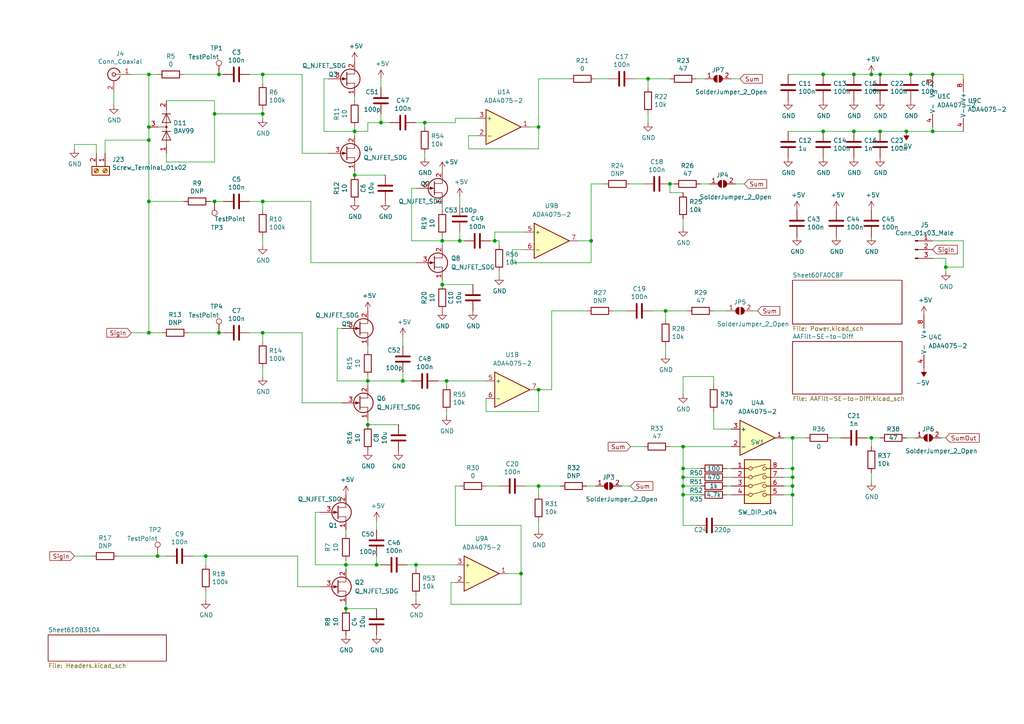
<source format=kicad_sch>
(kicad_sch (version 20211123) (generator eeschema)
  (paper "A4")
  (junction (at 262.89 38.1))
  (junction (at 252.73 127))
  (junction (at 143.51 69.85))
  (junction (at 123.19 35.56))
  (junction (at 100.33 176.53))
  (junction (at 198.12 135.89))
  (junction (at 63.5 21.59))
  (junction (at 194.31 53.34))
  (junction (at 120.65 163.83))
  (junction (at 106.68 123.19))
  (junction (at 229.87 140.97))
  (junction (at 247.65 21.59))
  (junction (at 43.18 96.52))
  (junction (at 110.49 35.56))
  (junction (at 76.2 58.42))
  (junction (at 133.35 69.85))
  (junction (at 129.54 110.49))
  (junction (at 198.12 138.43))
  (junction (at 156.21 140.97))
  (junction (at 62.23 58.42))
  (junction (at 255.27 38.1))
  (junction (at 198.12 129.54))
  (junction (at 102.87 50.8))
  (junction (at 255.27 21.59))
  (junction (at 45.72 161.29))
  (junction (at 100.33 163.83))
  (junction (at 106.68 110.49))
  (junction (at 238.76 38.1))
  (junction (at 128.27 82.55))
  (junction (at 102.87 38.1))
  (junction (at 156.21 36.83))
  (junction (at 270.51 21.59))
  (junction (at 62.23 33.02))
  (junction (at 43.18 21.59))
  (junction (at 198.12 140.97))
  (junction (at 264.16 21.59))
  (junction (at 171.45 69.85))
  (junction (at 247.65 38.1))
  (junction (at 59.69 161.29))
  (junction (at 43.18 36.83))
  (junction (at 109.22 163.83))
  (junction (at 229.87 127))
  (junction (at 63.5 96.52))
  (junction (at 238.76 21.59))
  (junction (at 229.87 143.51))
  (junction (at 187.96 22.86))
  (junction (at 198.12 143.51))
  (junction (at 116.84 110.49))
  (junction (at 128.27 69.85))
  (junction (at 229.87 138.43))
  (junction (at 229.87 135.89))
  (junction (at 76.2 96.52))
  (junction (at 156.21 113.03))
  (junction (at 151.13 166.37))
  (junction (at 252.73 21.59))
  (junction (at 43.18 58.42))
  (junction (at 270.51 38.1))
  (junction (at 193.04 90.17))
  (junction (at 274.32 77.47))
  (junction (at 76.2 33.02))
  (junction (at 76.2 21.59))
  (junction (at 43.18 40.64))
  (wire (pts (xy 203.2 53.34) (xy 205.74 53.34)))
  (wire (pts (xy 113.03 35.56) (xy 110.49 35.56)))
  (wire (pts (xy 156.21 36.83) (xy 156.21 43.18)))
  (wire (pts (xy 143.51 67.31) (xy 143.51 69.85)))
  (wire (pts (xy 199.39 90.17) (xy 193.04 90.17)))
  (wire (pts (xy 151.13 175.26) (xy 151.13 166.37)))
  (wire (pts (xy 100.33 163.83) (xy 100.33 165.1)))
  (wire (pts (xy 54.61 96.52) (xy 63.5 96.52)))
  (wire (pts (xy 255.27 21.59) (xy 264.16 21.59)))
  (wire (pts (xy 182.88 129.54) (xy 186.69 129.54)))
  (wire (pts (xy 279.4 69.85) (xy 279.4 77.47)))
  (wire (pts (xy 144.78 78.74) (xy 144.78 80.01)))
  (wire (pts (xy 106.68 110.49) (xy 116.84 110.49)))
  (wire (pts (xy 106.68 121.92) (xy 106.68 123.19)))
  (wire (pts (xy 238.76 21.59) (xy 228.6 21.59)))
  (wire (pts (xy 128.27 68.58) (xy 128.27 69.85)))
  (wire (pts (xy 203.2 135.89) (xy 198.12 135.89)))
  (wire (pts (xy 160.02 113.03) (xy 156.21 113.03)))
  (wire (pts (xy 227.33 135.89) (xy 229.87 135.89)))
  (wire (pts (xy 76.2 33.02) (xy 62.23 33.02)))
  (wire (pts (xy 198.12 138.43) (xy 203.2 138.43)))
  (wire (pts (xy 106.68 110.49) (xy 106.68 111.76)))
  (wire (pts (xy 116.84 110.49) (xy 119.38 110.49)))
  (wire (pts (xy 229.87 127) (xy 233.68 127)))
  (wire (pts (xy 102.87 49.53) (xy 102.87 50.8)))
  (wire (pts (xy 30.48 40.64) (xy 43.18 40.64)))
  (wire (pts (xy 129.54 119.38) (xy 129.54 120.65)))
  (wire (pts (xy 118.11 163.83) (xy 120.65 163.83)))
  (wire (pts (xy 151.13 166.37) (xy 147.32 166.37)))
  (wire (pts (xy 274.32 74.93) (xy 274.32 77.47)))
  (wire (pts (xy 93.98 38.1) (xy 102.87 38.1)))
  (wire (pts (xy 76.2 109.22) (xy 76.2 106.68)))
  (wire (pts (xy 151.13 166.37) (xy 151.13 152.4)))
  (wire (pts (xy 229.87 152.4) (xy 229.87 143.51)))
  (wire (pts (xy 175.26 53.34) (xy 171.45 53.34)))
  (wire (pts (xy 215.9 53.34) (xy 213.36 53.34)))
  (wire (pts (xy 156.21 119.38) (xy 140.97 119.38)))
  (wire (pts (xy 162.56 140.97) (xy 156.21 140.97)))
  (wire (pts (xy 120.65 172.72) (xy 120.65 173.99)))
  (wire (pts (xy 100.33 163.83) (xy 109.22 163.83)))
  (wire (pts (xy 87.63 116.84) (xy 87.63 96.52)))
  (wire (pts (xy 130.81 175.26) (xy 151.13 175.26)))
  (wire (pts (xy 26.67 161.29) (xy 21.59 161.29)))
  (wire (pts (xy 129.54 110.49) (xy 140.97 110.49)))
  (wire (pts (xy 92.71 148.59) (xy 91.44 148.59)))
  (wire (pts (xy 201.93 152.4) (xy 198.12 152.4)))
  (wire (pts (xy 120.65 163.83) (xy 132.08 163.83)))
  (wire (pts (xy 43.18 58.42) (xy 43.18 40.64)))
  (wire (pts (xy 130.81 168.91) (xy 130.81 175.26)))
  (wire (pts (xy 63.5 21.59) (xy 64.77 21.59)))
  (wire (pts (xy 210.82 143.51) (xy 212.09 143.51)))
  (wire (pts (xy 229.87 138.43) (xy 229.87 135.89)))
  (wire (pts (xy 63.5 96.52) (xy 64.77 96.52)))
  (wire (pts (xy 92.71 170.18) (xy 86.36 170.18)))
  (wire (pts (xy 198.12 140.97) (xy 198.12 143.51)))
  (wire (pts (xy 252.73 127) (xy 252.73 129.54)))
  (wire (pts (xy 251.46 127) (xy 252.73 127)))
  (wire (pts (xy 87.63 21.59) (xy 76.2 21.59)))
  (wire (pts (xy 76.2 34.29) (xy 76.2 33.02)))
  (wire (pts (xy 156.21 22.86) (xy 156.21 36.83)))
  (wire (pts (xy 214.63 22.86) (xy 212.09 22.86)))
  (wire (pts (xy 106.68 109.22) (xy 106.68 110.49)))
  (wire (pts (xy 133.35 67.31) (xy 133.35 69.85)))
  (wire (pts (xy 129.54 110.49) (xy 129.54 111.76)))
  (wire (pts (xy 171.45 76.2) (xy 148.59 76.2)))
  (wire (pts (xy 72.39 96.52) (xy 76.2 96.52)))
  (wire (pts (xy 171.45 53.34) (xy 171.45 69.85)))
  (wire (pts (xy 110.49 35.56) (xy 106.68 35.56)))
  (wire (pts (xy 152.4 67.31) (xy 143.51 67.31)))
  (wire (pts (xy 140.97 140.97) (xy 144.78 140.97)))
  (wire (pts (xy 134.62 69.85) (xy 133.35 69.85)))
  (wire (pts (xy 95.25 44.45) (xy 87.63 44.45)))
  (wire (pts (xy 227.33 127) (xy 229.87 127)))
  (wire (pts (xy 132.08 35.56) (xy 132.08 34.29)))
  (wire (pts (xy 76.2 96.52) (xy 87.63 96.52)))
  (wire (pts (xy 100.33 175.26) (xy 100.33 176.53)))
  (wire (pts (xy 210.82 90.17) (xy 207.01 90.17)))
  (wire (pts (xy 184.15 22.86) (xy 187.96 22.86)))
  (wire (pts (xy 76.2 58.42) (xy 90.17 58.42)))
  (wire (pts (xy 76.2 58.42) (xy 76.2 60.96)))
  (wire (pts (xy 148.59 76.2) (xy 148.59 72.39)))
  (wire (pts (xy 238.76 38.1) (xy 228.6 38.1)))
  (wire (pts (xy 127 110.49) (xy 129.54 110.49)))
  (wire (pts (xy 165.1 22.86) (xy 156.21 22.86)))
  (wire (pts (xy 151.13 152.4) (xy 132.08 152.4)))
  (wire (pts (xy 198.12 135.89) (xy 198.12 129.54)))
  (wire (pts (xy 210.82 140.97) (xy 212.09 140.97)))
  (wire (pts (xy 198.12 109.22) (xy 207.01 109.22)))
  (wire (pts (xy 219.71 90.17) (xy 218.44 90.17)))
  (wire (pts (xy 255.27 21.59) (xy 252.73 21.59)))
  (wire (pts (xy 102.87 50.8) (xy 111.76 50.8)))
  (wire (pts (xy 194.31 22.86) (xy 187.96 22.86)))
  (wire (pts (xy 210.82 135.89) (xy 212.09 135.89)))
  (wire (pts (xy 229.87 140.97) (xy 229.87 138.43)))
  (wire (pts (xy 238.76 21.59) (xy 247.65 21.59)))
  (wire (pts (xy 48.26 29.21) (xy 62.23 29.21)))
  (wire (pts (xy 43.18 21.59) (xy 38.1 21.59)))
  (wire (pts (xy 198.12 143.51) (xy 203.2 143.51)))
  (wire (pts (xy 30.48 44.45) (xy 30.48 40.64)))
  (wire (pts (xy 198.12 66.04) (xy 198.12 63.5)))
  (wire (pts (xy 198.12 114.3) (xy 198.12 109.22)))
  (wire (pts (xy 144.78 69.85) (xy 144.78 71.12)))
  (wire (pts (xy 207.01 124.46) (xy 212.09 124.46)))
  (wire (pts (xy 128.27 59.69) (xy 128.27 60.96)))
  (wire (pts (xy 91.44 148.59) (xy 91.44 163.83)))
  (wire (pts (xy 138.43 34.29) (xy 132.08 34.29)))
  (wire (pts (xy 194.31 55.88) (xy 194.31 53.34)))
  (wire (pts (xy 252.73 139.7) (xy 252.73 137.16)))
  (wire (pts (xy 182.88 140.97) (xy 180.34 140.97)))
  (wire (pts (xy 193.04 90.17) (xy 193.04 92.71)))
  (wire (pts (xy 86.36 170.18) (xy 86.36 161.29)))
  (wire (pts (xy 45.72 21.59) (xy 43.18 21.59)))
  (wire (pts (xy 229.87 135.89) (xy 229.87 127)))
  (wire (pts (xy 153.67 36.83) (xy 156.21 36.83)))
  (wire (pts (xy 102.87 27.94) (xy 102.87 29.21)))
  (wire (pts (xy 270.51 36.83) (xy 270.51 38.1)))
  (wire (pts (xy 43.18 40.64) (xy 43.18 36.83)))
  (wire (pts (xy 128.27 82.55) (xy 137.16 82.55)))
  (wire (pts (xy 100.33 176.53) (xy 109.22 176.53)))
  (wire (pts (xy 264.16 21.59) (xy 270.51 21.59)))
  (wire (pts (xy 72.39 21.59) (xy 76.2 21.59)))
  (wire (pts (xy 156.21 153.67) (xy 156.21 151.13)))
  (wire (pts (xy 160.02 90.17) (xy 170.18 90.17)))
  (wire (pts (xy 102.87 38.1) (xy 102.87 39.37)))
  (wire (pts (xy 86.36 161.29) (xy 59.69 161.29)))
  (wire (pts (xy 270.51 38.1) (xy 279.4 38.1)))
  (wire (pts (xy 132.08 152.4) (xy 132.08 140.97)))
  (wire (pts (xy 33.02 30.48) (xy 33.02 26.67)))
  (wire (pts (xy 187.96 22.86) (xy 187.96 25.4)))
  (wire (pts (xy 198.12 140.97) (xy 203.2 140.97)))
  (wire (pts (xy 279.4 22.86) (xy 279.4 21.59)))
  (wire (pts (xy 262.89 127) (xy 265.43 127)))
  (wire (pts (xy 204.47 22.86) (xy 201.93 22.86)))
  (wire (pts (xy 27.94 41.91) (xy 21.59 41.91)))
  (wire (pts (xy 209.55 152.4) (xy 229.87 152.4)))
  (wire (pts (xy 247.65 38.1) (xy 255.27 38.1)))
  (wire (pts (xy 97.79 95.25) (xy 97.79 110.49)))
  (wire (pts (xy 270.51 69.85) (xy 279.4 69.85)))
  (wire (pts (xy 143.51 69.85) (xy 144.78 69.85)))
  (wire (pts (xy 132.08 168.91) (xy 130.81 168.91)))
  (wire (pts (xy 156.21 43.18) (xy 135.89 43.18)))
  (wire (pts (xy 193.04 102.87) (xy 193.04 100.33)))
  (wire (pts (xy 133.35 57.15) (xy 133.35 59.69)))
  (wire (pts (xy 62.23 33.02) (xy 62.23 46.99)))
  (wire (pts (xy 128.27 81.28) (xy 128.27 82.55)))
  (wire (pts (xy 207.01 119.38) (xy 207.01 124.46)))
  (wire (pts (xy 262.89 38.1) (xy 255.27 38.1)))
  (wire (pts (xy 106.68 35.56) (xy 106.68 38.1)))
  (wire (pts (xy 194.31 129.54) (xy 198.12 129.54)))
  (wire (pts (xy 189.23 90.17) (xy 193.04 90.17)))
  (wire (pts (xy 135.89 39.37) (xy 138.43 39.37)))
  (wire (pts (xy 270.51 74.93) (xy 274.32 74.93)))
  (wire (pts (xy 102.87 36.83) (xy 102.87 38.1)))
  (wire (pts (xy 76.2 71.12) (xy 76.2 68.58)))
  (wire (pts (xy 198.12 135.89) (xy 198.12 138.43)))
  (wire (pts (xy 273.05 127) (xy 274.32 127)))
  (wire (pts (xy 274.32 77.47) (xy 274.32 78.74)))
  (wire (pts (xy 87.63 44.45) (xy 87.63 21.59)))
  (wire (pts (xy 156.21 113.03) (xy 156.21 119.38)))
  (wire (pts (xy 95.25 22.86) (xy 93.98 22.86)))
  (wire (pts (xy 76.2 21.59) (xy 76.2 24.13)))
  (wire (pts (xy 135.89 43.18) (xy 135.89 39.37)))
  (wire (pts (xy 167.64 69.85) (xy 171.45 69.85)))
  (wire (pts (xy 43.18 96.52) (xy 38.1 96.52)))
  (wire (pts (xy 229.87 143.51) (xy 229.87 140.97)))
  (wire (pts (xy 21.59 41.91) (xy 21.59 43.18)))
  (wire (pts (xy 59.69 173.99) (xy 59.69 171.45)))
  (wire (pts (xy 152.4 140.97) (xy 156.21 140.97)))
  (wire (pts (xy 100.33 153.67) (xy 100.33 154.94)))
  (wire (pts (xy 172.72 140.97) (xy 170.18 140.97)))
  (wire (pts (xy 53.34 21.59) (xy 63.5 21.59)))
  (wire (pts (xy 177.8 90.17) (xy 181.61 90.17)))
  (wire (pts (xy 182.88 53.34) (xy 186.69 53.34)))
  (wire (pts (xy 279.4 77.47) (xy 274.32 77.47)))
  (wire (pts (xy 110.49 33.02) (xy 110.49 35.56)))
  (wire (pts (xy 43.18 36.83) (xy 43.18 21.59)))
  (wire (pts (xy 120.65 76.2) (xy 90.17 76.2)))
  (wire (pts (xy 128.27 69.85) (xy 128.27 71.12)))
  (wire (pts (xy 27.94 44.45) (xy 27.94 41.91)))
  (wire (pts (xy 46.99 96.52) (xy 43.18 96.52)))
  (wire (pts (xy 97.79 110.49) (xy 106.68 110.49)))
  (wire (pts (xy 100.33 162.56) (xy 100.33 163.83)))
  (wire (pts (xy 156.21 140.97) (xy 156.21 143.51)))
  (wire (pts (xy 60.96 58.42) (xy 62.23 58.42)))
  (wire (pts (xy 116.84 107.95) (xy 116.84 110.49)))
  (wire (pts (xy 119.38 54.61) (xy 119.38 69.85)))
  (wire (pts (xy 43.18 58.42) (xy 43.18 96.52)))
  (wire (pts (xy 90.17 76.2) (xy 90.17 58.42)))
  (wire (pts (xy 207.01 109.22) (xy 207.01 111.76)))
  (wire (pts (xy 53.34 58.42) (xy 43.18 58.42)))
  (wire (pts (xy 76.2 96.52) (xy 76.2 99.06)))
  (wire (pts (xy 116.84 97.79) (xy 116.84 100.33)))
  (wire (pts (xy 109.22 163.83) (xy 110.49 163.83)))
  (wire (pts (xy 187.96 35.56) (xy 187.96 33.02)))
  (wire (pts (xy 252.73 21.59) (xy 247.65 21.59)))
  (wire (pts (xy 93.98 22.86) (xy 93.98 38.1)))
  (wire (pts (xy 238.76 38.1) (xy 247.65 38.1)))
  (wire (pts (xy 45.72 161.29) (xy 48.26 161.29)))
  (wire (pts (xy 120.65 163.83) (xy 120.65 165.1)))
  (wire (pts (xy 72.39 58.42) (xy 76.2 58.42)))
  (wire (pts (xy 110.49 22.86) (xy 110.49 25.4)))
  (wire (pts (xy 123.19 35.56) (xy 123.19 36.83)))
  (wire (pts (xy 262.89 38.1) (xy 270.51 38.1)))
  (wire (pts (xy 120.65 35.56) (xy 123.19 35.56)))
  (wire (pts (xy 198.12 129.54) (xy 212.09 129.54)))
  (wire (pts (xy 172.72 22.86) (xy 176.53 22.86)))
  (wire (pts (xy 120.65 54.61) (xy 119.38 54.61)))
  (wire (pts (xy 227.33 143.51) (xy 229.87 143.51)))
  (wire (pts (xy 227.33 140.97) (xy 229.87 140.97)))
  (wire (pts (xy 241.3 127) (xy 243.84 127)))
  (wire (pts (xy 148.59 72.39) (xy 152.4 72.39)))
  (wire (pts (xy 198.12 55.88) (xy 194.31 55.88)))
  (wire (pts (xy 34.29 161.29) (xy 45.72 161.29)))
  (wire (pts (xy 142.24 69.85) (xy 143.51 69.85)))
  (wire (pts (xy 106.68 100.33) (xy 106.68 101.6)))
  (wire (pts (xy 62.23 46.99) (xy 48.26 46.99)))
  (wire (pts (xy 106.68 38.1) (xy 102.87 38.1)))
  (wire (pts (xy 119.38 69.85) (xy 128.27 69.85)))
  (wire (pts (xy 91.44 163.83) (xy 100.33 163.83)))
  (wire (pts (xy 279.4 21.59) (xy 270.51 21.59)))
  (wire (pts (xy 160.02 90.17) (xy 160.02 113.03)))
  (wire (pts (xy 227.33 138.43) (xy 229.87 138.43)))
  (wire (pts (xy 255.27 127) (xy 252.73 127)))
  (wire (pts (xy 123.19 35.56) (xy 132.08 35.56)))
  (wire (pts (xy 55.88 161.29) (xy 59.69 161.29)))
  (wire (pts (xy 133.35 69.85) (xy 128.27 69.85)))
  (wire (pts (xy 76.2 33.02) (xy 76.2 31.75)))
  (wire (pts (xy 140.97 119.38) (xy 140.97 115.57)))
  (wire (pts (xy 171.45 69.85) (xy 171.45 76.2)))
  (wire (pts (xy 62.23 58.42) (xy 64.77 58.42)))
  (wire (pts (xy 195.58 53.34) (xy 194.31 53.34)))
  (wire (pts (xy 210.82 138.43) (xy 212.09 138.43)))
  (wire (pts (xy 123.19 44.45) (xy 123.19 45.72)))
  (wire (pts (xy 59.69 161.29) (xy 59.69 163.83)))
  (wire (pts (xy 106.68 123.19) (xy 115.57 123.19)))
  (wire (pts (xy 99.06 116.84) (xy 87.63 116.84)))
  (wire (pts (xy 48.26 46.99) (xy 48.26 44.45)))
  (wire (pts (xy 198.12 143.51) (xy 198.12 152.4)))
  (wire (pts (xy 109.22 151.13) (xy 109.22 153.67)))
  (wire (pts (xy 132.08 140.97) (xy 133.35 140.97)))
  (wire (pts (xy 198.12 138.43) (xy 198.12 140.97)))
  (wire (pts (xy 62.23 29.21) (xy 62.23 33.02)))
  (wire (pts (xy 109.22 161.29) (xy 109.22 163.83)))
  (wire (pts (xy 99.06 95.25) (xy 97.79 95.25)))
  (global_label "SigIn" (shape input) (at 38.1 96.52 180) (property "Intersheet References" "${INTERSHEET_REFS}" (effects hide)))
  (global_label "SigIn" (shape input) (at 21.59 161.29 180) (property "Intersheet References" "${INTERSHEET_REFS}" (effects hide)))
  (global_label "SumOut" (shape input) (at 274.32 127 0) (property "Intersheet References" "${INTERSHEET_REFS}" (effects hide)))
  (global_label "Sum" (shape input) (at 182.88 140.97 0) (property "Intersheet References" "${INTERSHEET_REFS}" (effects hide)))
  (global_label "Sum" (shape input) (at 182.88 129.54 180) (property "Intersheet References" "${INTERSHEET_REFS}" (effects hide)))
  (global_label "Sum" (shape input) (at 219.71 90.17 0) (property "Intersheet References" "${INTERSHEET_REFS}" (effects hide)))
  (global_label "SigIn" (shape input) (at 270.51 72.39 0) (property "Intersheet References" "${INTERSHEET_REFS}" (effects hide)))
  (global_label "Sum" (shape input) (at 215.9 53.34 0) (property "Intersheet References" "${INTERSHEET_REFS}" (effects hide)))
  (global_label "Sum" (shape input) (at 214.63 22.86 0) (property "Intersheet References" "${INTERSHEET_REFS}" (effects hide)))
  (symbol (lib_id "Connector:Conn_Coaxial") (at 33.02 21.59 0) (mirror y) (unit 1)
    (property "Reference" "J4" (at 34.8488 15.5448 0))
    (property "Value" "Conn_Coaxial" (at 34.8488 17.8562 0))
    (property "Footprint" "Connector_Coaxial:BNC_TEConnectivity_1478204_Vertical" (effects hide))
    (property "Datasheet" " ~" (effects hide))
  )
  (symbol (lib_id "power:GND") (at 33.02 30.48 0) (unit 1)
    (property "Reference" "#PWR0107" (effects hide))
    (property "Value" "GND" (at 33.147 34.8742 0))
  )
  (symbol (lib_id "Device:R") (at 49.53 21.59 270) (unit 1)
    (property "Reference" "R5" (at 49.53 16.3322 90))
    (property "Value" "0" (at 49.53 18.6436 90))
    (property "Footprint" "Resistor_SMD:R_0805_2012Metric" (effects hide))
  )
  (symbol (lib_id "Device:C") (at 68.58 21.59 270) (unit 1)
    (property "Reference" "C3" (at 68.58 15.1892 90))
    (property "Value" "100n" (at 68.58 17.5006 90))
    (property "Footprint" "Capacitor_SMD:C_0805_2012Metric" (effects hide))
  )
  (symbol (lib_id "Device:R") (at 76.2 27.94 180) (unit 1)
    (property "Reference" "R6" (at 77.978 26.7716 0) (effects (justify right)))
    (property "Value" "100k" (at 77.978 29.083 0) (effects (justify right)))
    (property "Footprint" "Resistor_SMD:R_0805_2012Metric" (effects hide))
  )
  (symbol (lib_id "power:GND") (at 76.2 34.29 0) (unit 1)
    (property "Reference" "#PWR0108" (effects hide))
    (property "Value" "GND" (at 76.327 38.6842 0))
  )
  (symbol (lib_id "Device:R") (at 57.15 58.42 270) (unit 1)
    (property "Reference" "R9" (at 57.15 53.1622 90))
    (property "Value" "DNP" (at 57.15 55.4736 90))
    (property "Footprint" "Resistor_SMD:R_0805_2012Metric" (effects hide))
  )
  (symbol (lib_id "Device:C") (at 68.58 58.42 270) (unit 1)
    (property "Reference" "C5" (at 68.58 52.0192 90))
    (property "Value" "100n" (at 68.58 54.3306 90))
    (property "Footprint" "Capacitor_SMD:C_0805_2012Metric" (effects hide))
  )
  (symbol (lib_id "Device:R") (at 76.2 64.77 180) (unit 1)
    (property "Reference" "R10" (at 77.978 63.6016 0) (effects (justify right)))
    (property "Value" "100k" (at 77.978 65.913 0) (effects (justify right)))
    (property "Footprint" "Resistor_SMD:R_0805_2012Metric" (effects hide))
  )
  (symbol (lib_id "power:GND") (at 76.2 71.12 0) (unit 1)
    (property "Reference" "#PWR0111" (effects hide))
    (property "Value" "GND" (at 76.327 75.5142 0))
  )
  (symbol (lib_id "Device:R") (at 50.8 96.52 270) (unit 1)
    (property "Reference" "R13" (at 50.8 91.2622 90))
    (property "Value" "DNP" (at 50.8 93.5736 90))
    (property "Footprint" "Resistor_SMD:R_0805_2012Metric" (effects hide))
  )
  (symbol (lib_id "Device:C") (at 68.58 96.52 270) (unit 1)
    (property "Reference" "C7" (at 68.58 90.1192 90))
    (property "Value" "100n" (at 68.58 92.4306 90))
    (property "Footprint" "Capacitor_SMD:C_0805_2012Metric" (effects hide))
  )
  (symbol (lib_id "Device:R") (at 76.2 102.87 180) (unit 1)
    (property "Reference" "R14" (at 77.978 101.7016 0) (effects (justify right)))
    (property "Value" "100k" (at 77.978 104.013 0) (effects (justify right)))
    (property "Footprint" "Resistor_SMD:R_0805_2012Metric" (effects hide))
  )
  (symbol (lib_id "power:GND") (at 76.2 109.22 0) (unit 1)
    (property "Reference" "#PWR0113" (effects hide))
    (property "Value" "GND" (at 76.327 113.6142 0))
  )
  (symbol (lib_id "Device:R") (at 30.48 161.29 270) (unit 1)
    (property "Reference" "R17" (at 30.48 156.0322 90))
    (property "Value" "DNP" (at 30.48 158.3436 90))
    (property "Footprint" "Resistor_SMD:R_0805_2012Metric" (effects hide))
  )
  (symbol (lib_id "Device:C") (at 52.07 161.29 270) (unit 1)
    (property "Reference" "C9" (at 52.07 154.8892 90))
    (property "Value" "100n" (at 52.07 157.2006 90))
    (property "Footprint" "Capacitor_SMD:C_0805_2012Metric" (effects hide))
  )
  (symbol (lib_id "Device:R") (at 59.69 167.64 180) (unit 1)
    (property "Reference" "R18" (at 61.468 166.4716 0) (effects (justify right)))
    (property "Value" "100k" (at 61.468 168.783 0) (effects (justify right)))
    (property "Footprint" "Resistor_SMD:R_0805_2012Metric" (effects hide))
  )
  (symbol (lib_id "power:GND") (at 59.69 173.99 0) (unit 1)
    (property "Reference" "#PWR0115" (effects hide))
    (property "Value" "GND" (at 59.817 178.3842 0))
  )
  (symbol (lib_id "Device:C") (at 247.65 25.4 180) (unit 1)
    (property "Reference" "C15" (at 250.571 24.2316 0) (effects (justify right)))
    (property "Value" "100n" (at 250.571 26.543 0) (effects (justify right)))
    (property "Footprint" "Capacitor_SMD:C_0805_2012Metric" (effects hide))
  )
  (symbol (lib_id "Device:C") (at 238.76 25.4 180) (unit 1)
    (property "Reference" "C13" (at 241.681 24.2316 0) (effects (justify right)))
    (property "Value" "100n" (at 241.681 26.543 0) (effects (justify right)))
    (property "Footprint" "Capacitor_SMD:C_0805_2012Metric" (effects hide))
  )
  (symbol (lib_id "Device:C") (at 228.6 25.4 180) (unit 1)
    (property "Reference" "C11" (at 231.521 24.2316 0) (effects (justify right)))
    (property "Value" "100n" (at 231.521 26.543 0) (effects (justify right)))
    (property "Footprint" "Capacitor_SMD:C_0805_2012Metric" (effects hide))
  )
  (symbol (lib_id "Device:C") (at 247.65 41.91 180) (unit 1)
    (property "Reference" "C16" (at 250.571 40.7416 0) (effects (justify right)))
    (property "Value" "1n" (at 250.571 43.053 0) (effects (justify right)))
    (property "Footprint" "Capacitor_SMD:C_0805_2012Metric" (effects hide))
  )
  (symbol (lib_id "Device:C") (at 238.76 41.91 180) (unit 1)
    (property "Reference" "C14" (at 241.681 40.7416 0) (effects (justify right)))
    (property "Value" "100n" (at 241.681 43.053 0) (effects (justify right)))
    (property "Footprint" "Capacitor_SMD:C_0805_2012Metric" (effects hide))
  )
  (symbol (lib_id "Device:C") (at 228.6 41.91 180) (unit 1)
    (property "Reference" "C12" (at 231.521 40.7416 0) (effects (justify right)))
    (property "Value" "1u" (at 231.521 43.053 0) (effects (justify right)))
    (property "Footprint" "Capacitor_SMD:C_0805_2012Metric" (effects hide))
  )
  (symbol (lib_id "power:GND") (at 228.6 29.21 0) (unit 1)
    (property "Reference" "#PWR0116" (effects hide))
    (property "Value" "GND" (at 228.727 33.6042 0))
  )
  (symbol (lib_id "power:GND") (at 238.76 29.21 0) (unit 1)
    (property "Reference" "#PWR0117" (effects hide))
    (property "Value" "GND" (at 238.887 33.6042 0))
  )
  (symbol (lib_id "power:GND") (at 247.65 29.21 0) (unit 1)
    (property "Reference" "#PWR0118" (effects hide))
    (property "Value" "GND" (at 247.777 33.6042 0))
  )
  (symbol (lib_id "power:GND") (at 247.65 45.72 0) (unit 1)
    (property "Reference" "#PWR0119" (effects hide))
    (property "Value" "GND" (at 247.777 50.1142 0))
  )
  (symbol (lib_id "power:GND") (at 238.76 45.72 0) (unit 1)
    (property "Reference" "#PWR0120" (effects hide))
    (property "Value" "GND" (at 238.887 50.1142 0))
  )
  (symbol (lib_id "power:GND") (at 228.6 45.72 0) (unit 1)
    (property "Reference" "#PWR0121" (effects hide))
    (property "Value" "GND" (at 228.727 50.1142 0))
  )
  (symbol (lib_id "Connector:Conn_01x03_Male") (at 265.43 72.39 0) (unit 1)
    (property "Reference" "J5" (at 268.1732 65.2526 0))
    (property "Value" "Conn_01x03_Male" (at 268.1732 67.564 0))
    (property "Footprint" "Connector_PinSocket_2.54mm:PinSocket_1x03_P2.54mm_Vertical" (effects hide))
  )
  (symbol (lib_id "power:GND") (at 274.32 78.74 0) (unit 1)
    (property "Reference" "#PWR0122" (effects hide))
    (property "Value" "GND" (at 274.447 83.1342 0))
  )
  (symbol (lib_id "Device:R") (at 168.91 22.86 270) (unit 1)
    (property "Reference" "R21" (at 168.91 17.6022 90))
    (property "Value" "0" (at 168.91 19.9136 90))
    (property "Footprint" "Resistor_SMD:R_0805_2012Metric" (effects hide))
  )
  (symbol (lib_id "Device:C") (at 180.34 22.86 270) (unit 1)
    (property "Reference" "C17" (at 180.34 16.4592 90))
    (property "Value" "100n" (at 180.34 18.7706 90))
    (property "Footprint" "Capacitor_SMD:C_0805_2012Metric" (effects hide))
  )
  (symbol (lib_id "Device:R") (at 187.96 29.21 180) (unit 1)
    (property "Reference" "R22" (at 189.738 28.0416 0) (effects (justify right)))
    (property "Value" "10k" (at 189.738 30.353 0) (effects (justify right)))
    (property "Footprint" "Resistor_SMD:R_0805_2012Metric" (effects hide))
  )
  (symbol (lib_id "power:GND") (at 187.96 35.56 0) (unit 1)
    (property "Reference" "#PWR0123" (effects hide))
    (property "Value" "GND" (at 188.087 39.9542 0))
  )
  (symbol (lib_id "Device:R") (at 198.12 22.86 270) (unit 1)
    (property "Reference" "R23" (at 198.12 17.6022 90))
    (property "Value" "47" (at 198.12 19.9136 90))
    (property "Footprint" "Resistor_SMD:R_0805_2012Metric" (effects hide))
  )
  (symbol (lib_id "Device:R") (at 179.07 53.34 270) (unit 1)
    (property "Reference" "R24" (at 179.07 48.0822 90))
    (property "Value" "DNP" (at 179.07 50.3936 90))
    (property "Footprint" "Resistor_SMD:R_0805_2012Metric" (effects hide))
  )
  (symbol (lib_id "Device:C") (at 190.5 53.34 270) (unit 1)
    (property "Reference" "C18" (at 190.5 46.9392 90))
    (property "Value" "100n" (at 190.5 49.2506 90))
    (property "Footprint" "Capacitor_SMD:C_0805_2012Metric" (effects hide))
  )
  (symbol (lib_id "Device:R") (at 198.12 59.69 180) (unit 1)
    (property "Reference" "R25" (at 199.898 58.5216 0) (effects (justify right)))
    (property "Value" "10k" (at 199.898 60.833 0) (effects (justify right)))
    (property "Footprint" "Resistor_SMD:R_0805_2012Metric" (effects hide))
  )
  (symbol (lib_id "power:GND") (at 198.12 66.04 0) (unit 1)
    (property "Reference" "#PWR0124" (effects hide))
    (property "Value" "GND" (at 198.247 70.4342 0))
  )
  (symbol (lib_id "Device:R") (at 199.39 53.34 270) (unit 1)
    (property "Reference" "R26" (at 199.39 48.0822 90))
    (property "Value" "47" (at 199.39 50.3936 90))
    (property "Footprint" "Resistor_SMD:R_0805_2012Metric" (effects hide))
  )
  (symbol (lib_id "Device:R") (at 173.99 90.17 270) (unit 1)
    (property "Reference" "R27" (at 173.99 84.9122 90))
    (property "Value" "DNP" (at 173.99 87.2236 90))
    (property "Footprint" "Resistor_SMD:R_0805_2012Metric" (effects hide))
  )
  (symbol (lib_id "Device:C") (at 185.42 90.17 270) (unit 1)
    (property "Reference" "C19" (at 185.42 83.7692 90))
    (property "Value" "100n" (at 185.42 86.0806 90))
    (property "Footprint" "Capacitor_SMD:C_0805_2012Metric" (effects hide))
  )
  (symbol (lib_id "Device:R") (at 193.04 96.52 180) (unit 1)
    (property "Reference" "R28" (at 194.818 95.3516 0) (effects (justify right)))
    (property "Value" "10k" (at 194.818 97.663 0) (effects (justify right)))
    (property "Footprint" "Resistor_SMD:R_0805_2012Metric" (effects hide))
  )
  (symbol (lib_id "power:GND") (at 193.04 102.87 0) (unit 1)
    (property "Reference" "#PWR0125" (effects hide))
    (property "Value" "GND" (at 193.167 107.2642 0))
  )
  (symbol (lib_id "Device:R") (at 203.2 90.17 270) (unit 1)
    (property "Reference" "R29" (at 203.2 84.9122 90))
    (property "Value" "47" (at 203.2 87.2236 90))
    (property "Footprint" "Resistor_SMD:R_0805_2012Metric" (effects hide))
  )
  (symbol (lib_id "Device:R") (at 137.16 140.97 270) (unit 1)
    (property "Reference" "R30" (at 137.16 135.7122 90))
    (property "Value" "0" (at 137.16 138.0236 90))
    (property "Footprint" "Resistor_SMD:R_0805_2012Metric" (effects hide))
  )
  (symbol (lib_id "Device:C") (at 148.59 140.97 270) (unit 1)
    (property "Reference" "C20" (at 148.59 134.5692 90))
    (property "Value" "100n" (at 148.59 136.8806 90))
    (property "Footprint" "Capacitor_SMD:C_0805_2012Metric" (effects hide))
  )
  (symbol (lib_id "Device:R") (at 156.21 147.32 180) (unit 1)
    (property "Reference" "R31" (at 157.988 146.1516 0) (effects (justify right)))
    (property "Value" "10k" (at 157.988 148.463 0) (effects (justify right)))
    (property "Footprint" "Resistor_SMD:R_0805_2012Metric" (effects hide))
  )
  (symbol (lib_id "power:GND") (at 156.21 153.67 0) (unit 1)
    (property "Reference" "#PWR0126" (effects hide))
    (property "Value" "GND" (at 156.337 158.0642 0))
  )
  (symbol (lib_id "Device:R") (at 166.37 140.97 270) (unit 1)
    (property "Reference" "R32" (at 166.37 135.7122 90))
    (property "Value" "DNP" (at 166.37 138.0236 90))
    (property "Footprint" "Resistor_SMD:R_0805_2012Metric" (effects hide))
  )
  (symbol (lib_id "Jumper:SolderJumper_2_Open") (at 269.24 127 0) (unit 1)
    (property "Reference" "JP6" (at 269.24 124.46 0))
    (property "Value" "SolderJumper_2_Open" (at 273.05 130.81 0))
    (property "Footprint" "Jumper:SolderJumper-2_P1.3mm_Open_RoundedPad1.0x1.5mm" (effects hide))
  )
  (symbol (lib_id "Jumper:SolderJumper_2_Open") (at 176.53 140.97 0) (unit 1)
    (property "Reference" "JP3" (at 176.53 138.43 0))
    (property "Value" "SolderJumper_2_Open" (at 180.34 144.78 0))
    (property "Footprint" "Jumper:SolderJumper-2_P1.3mm_Open_RoundedPad1.0x1.5mm" (effects hide))
  )
  (symbol (lib_id "Jumper:SolderJumper_2_Open") (at 214.63 90.17 0) (unit 1)
    (property "Reference" "JP5" (at 214.63 87.63 0))
    (property "Value" "SolderJumper_2_Open" (at 218.44 93.98 0))
    (property "Footprint" "Jumper:SolderJumper-2_P1.3mm_Open_RoundedPad1.0x1.5mm" (effects hide))
  )
  (symbol (lib_id "Jumper:SolderJumper_2_Open") (at 209.55 53.34 0) (unit 1)
    (property "Reference" "JP4" (at 209.55 50.8 0))
    (property "Value" "SolderJumper_2_Open" (at 213.36 57.15 0))
    (property "Footprint" "Jumper:SolderJumper-2_P1.3mm_Open_RoundedPad1.0x1.5mm" (effects hide))
  )
  (symbol (lib_id "Jumper:SolderJumper_2_Open") (at 208.28 22.86 0) (unit 1)
    (property "Reference" "JP7" (at 208.28 20.32 0))
    (property "Value" "SolderJumper_2_Open" (at 212.09 26.67 0))
    (property "Footprint" "Jumper:SolderJumper-2_P1.3mm_Open_RoundedPad1.0x1.5mm" (effects hide))
  )
  (symbol (lib_id "Device:R") (at 190.5 129.54 270) (unit 1)
    (property "Reference" "R33" (at 190.5 124.2822 90))
    (property "Value" "47" (at 190.5 126.5936 90))
    (property "Footprint" "Resistor_SMD:R_0805_2012Metric" (effects hide))
  )
  (symbol (lib_id "Device:R") (at 207.01 143.51 270) (unit 1)
    (property "Reference" "R35" (at 201.93 144.78 90))
    (property "Value" "4.7k" (at 207.01 143.51 90))
    (property "Footprint" "Resistor_SMD:R_0805_2012Metric" (effects hide))
  )
  (symbol (lib_id "Device:R") (at 207.01 115.57 180) (unit 1)
    (property "Reference" "R34" (at 208.788 114.4016 0) (effects (justify right)))
    (property "Value" "470" (at 208.788 116.713 0) (effects (justify right)))
    (property "Footprint" "Resistor_SMD:R_0805_2012Metric" (effects hide))
  )
  (symbol (lib_id "power:GND") (at 198.12 114.3 0) (unit 1)
    (property "Reference" "#PWR0127" (effects hide))
    (property "Value" "GND" (at 198.247 118.6942 0))
  )
  (symbol (lib_id "Device:R") (at 237.49 127 270) (unit 1)
    (property "Reference" "R36" (at 237.49 124.46 90))
    (property "Value" "0" (at 237.49 129.54 90))
    (property "Footprint" "Resistor_SMD:R_0805_2012Metric" (effects hide))
  )
  (symbol (lib_id "Device:C") (at 247.65 127 270) (unit 1)
    (property "Reference" "C21" (at 247.65 120.5992 90))
    (property "Value" "1n" (at 247.65 122.9106 90))
    (property "Footprint" "Capacitor_SMD:C_0805_2012Metric" (effects hide))
  )
  (symbol (lib_id "Device:R") (at 252.73 133.35 180) (unit 1)
    (property "Reference" "R37" (at 254.508 132.1816 0) (effects (justify right)))
    (property "Value" "10k" (at 254.508 134.493 0) (effects (justify right)))
    (property "Footprint" "Resistor_SMD:R_0805_2012Metric" (effects hide))
  )
  (symbol (lib_id "power:GND") (at 252.73 139.7 0) (unit 1)
    (property "Reference" "#PWR0128" (effects hide))
    (property "Value" "GND" (at 252.857 144.0942 0))
  )
  (symbol (lib_id "Device:R") (at 259.08 127 270) (unit 1)
    (property "Reference" "R38" (at 259.08 124.46 90))
    (property "Value" "47" (at 259.08 127 90))
    (property "Footprint" "Resistor_SMD:R_0805_2012Metric" (effects hide))
  )
  (symbol (lib_id "Device:C") (at 255.27 25.4 180) (unit 1)
    (property "Reference" "C22" (at 258.191 24.2316 0) (effects (justify right)))
    (property "Value" "100n" (at 258.191 26.543 0) (effects (justify right)))
    (property "Footprint" "Capacitor_SMD:C_0805_2012Metric" (effects hide))
  )
  (symbol (lib_id "Device:C") (at 255.27 41.91 180) (unit 1)
    (property "Reference" "C23" (at 258.191 40.7416 0) (effects (justify right)))
    (property "Value" "100n" (at 258.191 43.053 0) (effects (justify right)))
    (property "Footprint" "Capacitor_SMD:C_0805_2012Metric" (effects hide))
  )
  (symbol (lib_id "power:GND") (at 255.27 29.21 0) (unit 1)
    (property "Reference" "#PWR0129" (effects hide))
    (property "Value" "GND" (at 255.397 33.6042 0))
  )
  (symbol (lib_id "power:GND") (at 255.27 45.72 0) (unit 1)
    (property "Reference" "#PWR0130" (effects hide))
    (property "Value" "GND" (at 255.397 50.1142 0))
  )
  (symbol (lib_id "power:+5V") (at 252.73 21.59 0) (unit 1)
    (property "Reference" "#PWR0133" (effects hide))
    (property "Value" "+5V" (at 253.111 17.1958 0))
  )
  (symbol (lib_id "power:-5V") (at 262.89 38.1 180) (unit 1)
    (property "Reference" "#PWR0134" (effects hide))
    (property "Value" "-5V" (at 262.509 42.4942 0))
  )
  (symbol (lib_id "Device:C") (at 205.74 152.4 270) (unit 1)
    (property "Reference" "C24" (at 203.2 153.67 90))
    (property "Value" "220p" (at 209.55 153.67 90))
    (property "Footprint" "Capacitor_SMD:C_0805_2012Metric" (effects hide))
  )
  (symbol (lib_id "Connector:Screw_Terminal_01x02") (at 30.48 49.53 270) (unit 1)
    (property "Reference" "J23" (at 32.512 46.2788 90) (effects (justify left)))
    (property "Value" "Screw_Terminal_01x02" (at 32.512 48.5902 90) (effects (justify left)))
    (property "Footprint" "TerminalBlock_Phoenix:TerminalBlock_Phoenix_MKDS-1,5-2-5.08_1x02_P5.08mm_Horizontal" (effects hide))
  )
  (symbol (lib_id "power:GND") (at 21.59 43.18 0) (unit 1)
    (property "Reference" "#PWR0185" (effects hide))
    (property "Value" "GND" (at 21.717 47.5742 0))
  )
  (symbol (lib_id "Diode:BAV99") (at 48.26 36.83 270) (mirror x) (unit 1)
    (property "Reference" "D11" (at 50.2666 35.6616 90) (effects (justify left)))
    (property "Value" "BAV99" (at 50.2666 37.973 90) (effects (justify left)))
    (property "Footprint" "Package_TO_SOT_SMD:SOT-23" (effects hide))
    (property "Datasheet" "https://assets.nexperia.com/documents/data-sheet/BAV99_SER.pdf" (effects hide))
  )
  (symbol (lib_id "Device:C") (at 109.22 180.34 0) (unit 1)
    (property "Reference" "C4" (at 102.8192 180.34 90))
    (property "Value" "10u" (at 105.1306 180.34 90))
    (property "Footprint" "Capacitor_SMD:C_0805_2012Metric" (effects hide))
  )
  (symbol (lib_id "power:+5V") (at 110.49 22.86 0) (unit 1)
    (property "Reference" "#PWR0208" (effects hide))
    (property "Value" "+5V" (at 110.871 18.4658 0))
  )
  (symbol (lib_id "Device:C") (at 114.3 163.83 270) (unit 1)
    (property "Reference" "C46" (at 114.3 157.4292 90))
    (property "Value" "100n" (at 114.3 159.7406 90))
    (property "Footprint" "Capacitor_SMD:C_0805_2012Metric" (effects hide))
  )
  (symbol (lib_id "power:+5V") (at 231.14 60.96 0) (unit 1)
    (property "Reference" "#PWR0200" (effects hide))
    (property "Value" "+5V" (at 231.521 56.5658 0))
  )
  (symbol (lib_id "power:+5V") (at 116.84 97.79 0) (unit 1)
    (property "Reference" "#PWR0210" (effects hide))
    (property "Value" "+5V" (at 117.221 93.3958 0))
  )
  (symbol (lib_id "power:-5V") (at 267.97 106.68 180) (unit 1)
    (property "Reference" "#PWR0132" (effects hide))
    (property "Value" "-5V" (at 267.589 111.0742 0))
  )
  (symbol (lib_id "Device:Q_NJFET_SDG") (at 104.14 116.84 0) (unit 1)
    (property "Reference" "Q6" (at 109.22 115.5699 0) (effects (justify left)))
    (property "Value" "Q_NJFET_SDG" (at 109.22 118.1099 0) (effects (justify left)))
    (property "Footprint" "Package_TO_SOT_SMD:SOT-23_Handsoldering" (effects hide))
  )
  (symbol (lib_id "Device:R") (at 100.33 158.75 0) (unit 1)
    (property "Reference" "R7" (at 95.0722 158.75 90))
    (property "Value" "10" (at 97.3836 158.75 90))
    (property "Footprint" "Resistor_SMD:R_0805_2012Metric" (effects hide))
  )
  (symbol (lib_id "Amplifier_Operational:ADA4075-2") (at 146.05 36.83 0) (unit 1)
    (property "Reference" "U1" (at 146.05 26.67 0))
    (property "Value" "ADA4075-2" (at 146.05 29.21 0))
    (property "Footprint" "Package_SO:SO-8_3.9x4.9mm_P1.27mm" (effects hide))
    (property "Datasheet" "https://www.analog.com/static/imported-files/data_sheets/ADA4075-2.pdf" (effects hide))
  )
  (symbol (lib_id "Device:C") (at 264.16 25.4 180) (unit 1)
    (property "Reference" "C42" (at 267.081 24.2316 0) (effects (justify right)))
    (property "Value" "100n" (at 267.081 26.543 0) (effects (justify right)))
    (property "Footprint" "Capacitor_SMD:C_0805_2012Metric" (effects hide))
  )
  (symbol (lib_id "Device:Q_NJFET_SDG") (at 104.14 95.25 0) (unit 1)
    (property "Reference" "Q5" (at 99.06 93.98 0) (effects (justify left)))
    (property "Value" "Q_NJFET_SDG" (at 91.44 91.44 0) (effects (justify left)))
    (property "Footprint" "Package_TO_SOT_SMD:SOT-23_Handsoldering" (effects hide))
  )
  (symbol (lib_id "Device:C") (at 111.76 54.61 0) (unit 1)
    (property "Reference" "C6" (at 105.3592 54.61 90))
    (property "Value" "10u" (at 107.6706 54.61 90))
    (property "Footprint" "Capacitor_SMD:C_0805_2012Metric" (effects hide))
  )
  (symbol (lib_id "power:GND") (at 242.57 68.58 0) (unit 1)
    (property "Reference" "#PWR0199" (effects hide))
    (property "Value" "GND" (at 242.697 72.9742 0))
  )
  (symbol (lib_id "power:+5V") (at 242.57 60.96 0) (unit 1)
    (property "Reference" "#PWR0201" (effects hide))
    (property "Value" "+5V" (at 242.951 56.5658 0))
  )
  (symbol (lib_id "Device:C") (at 231.14 64.77 180) (unit 1)
    (property "Reference" "C43" (at 234.061 63.6016 0) (effects (justify right)))
    (property "Value" "100n" (at 234.061 65.913 0) (effects (justify right)))
    (property "Footprint" "Capacitor_SMD:C_0805_2012Metric" (effects hide))
  )
  (symbol (lib_id "Device:Q_NJFET_SDG") (at 125.73 54.61 0) (unit 1)
    (property "Reference" "Q7" (at 121.92 53.34 0) (effects (justify left)))
    (property "Value" "Q_NJFET_SDG" (at 115.57 58.42 0) (effects (justify left)))
    (property "Footprint" "Package_TO_SOT_SMD:SOT-23_Handsoldering" (effects hide))
  )
  (symbol (lib_id "Amplifier_Operational:ADA4075-2") (at 270.51 99.06 0) (unit 3)
    (property "Reference" "U4" (at 269.24 97.7899 0) (effects (justify left)))
    (property "Value" "ADA4075-2" (at 269.24 100.3299 0) (effects (justify left)))
    (property "Footprint" "Package_SO:SO-8_3.9x4.9mm_P1.27mm" (effects hide))
    (property "Datasheet" "https://www.analog.com/static/imported-files/data_sheets/ADA4075-2.pdf" (effects hide))
  )
  (symbol (lib_id "Amplifier_Operational:ADA4075-2") (at 160.02 69.85 0) (unit 2)
    (property "Reference" "U9" (at 160.02 59.69 0))
    (property "Value" "ADA4075-2" (at 160.02 62.23 0))
    (property "Footprint" "Package_SO:SO-8_3.9x4.9mm_P1.27mm" (effects hide))
    (property "Datasheet" "https://www.analog.com/static/imported-files/data_sheets/ADA4075-2.pdf" (effects hide))
  )
  (symbol (lib_id "Device:C") (at 123.19 110.49 270) (unit 1)
    (property "Reference" "C48" (at 123.19 104.0892 90))
    (property "Value" "100n" (at 123.19 106.4006 90))
    (property "Footprint" "Capacitor_SMD:C_0805_2012Metric" (effects hide))
  )
  (symbol (lib_id "Device:C") (at 137.16 86.36 0) (unit 1)
    (property "Reference" "C10" (at 130.7592 86.36 90))
    (property "Value" "10u" (at 133.0706 86.36 90))
    (property "Footprint" "Capacitor_SMD:C_0805_2012Metric" (effects hide))
  )
  (symbol (lib_id "power:GND") (at 129.54 120.65 0) (unit 1)
    (property "Reference" "#PWR0206" (effects hide))
    (property "Value" "GND" (at 129.667 125.0442 0))
  )
  (symbol (lib_id "Device:C") (at 116.84 104.14 0) (unit 1)
    (property "Reference" "C52" (at 114.3 101.6 0))
    (property "Value" "100p" (at 114.3 106.68 0))
    (property "Footprint" "Capacitor_SMD:C_0805_2012Metric" (effects hide))
  )
  (symbol (lib_id "Device:C") (at 110.49 29.21 0) (unit 1)
    (property "Reference" "C51" (at 107.95 26.67 0))
    (property "Value" "100p" (at 107.95 31.75 0))
    (property "Footprint" "Capacitor_SMD:C_0805_2012Metric" (effects hide))
  )
  (symbol (lib_id "power:GND") (at 264.16 29.21 0) (unit 1)
    (property "Reference" "#PWR0197" (effects hide))
    (property "Value" "GND" (at 264.287 33.6042 0))
  )
  (symbol (lib_id "Device:R") (at 102.87 33.02 0) (unit 1)
    (property "Reference" "R11" (at 97.6122 33.02 90))
    (property "Value" "10" (at 99.9236 33.02 90))
    (property "Footprint" "Resistor_SMD:R_0805_2012Metric" (effects hide))
  )
  (symbol (lib_id "Connector:TestPoint") (at 63.5 96.52 0) (unit 1)
    (property "Reference" "TP4" (at 60.96 88.9 0) (effects (justify left)))
    (property "Value" "TestPoint" (at 54.61 91.44 0) (effects (justify left)))
    (property "Footprint" "TestPoint:TestPoint_Loop_D1.80mm_Drill1.0mm_Beaded" (effects hide))
  )
  (symbol (lib_id "Connector:TestPoint") (at 62.23 58.42 180) (unit 1)
    (property "Reference" "TP3" (at 64.77 66.04 0) (effects (justify left)))
    (property "Value" "TestPoint" (at 71.12 63.5 0) (effects (justify left)))
    (property "Footprint" "TestPoint:TestPoint_Loop_D1.80mm_Drill1.0mm_Beaded" (effects hide))
  )
  (symbol (lib_id "power:GND") (at 144.78 80.01 0) (unit 1)
    (property "Reference" "#PWR0205" (effects hide))
    (property "Value" "GND" (at 144.907 84.4042 0))
  )
  (symbol (lib_id "power:+5V") (at 109.22 151.13 0) (unit 1)
    (property "Reference" "#PWR0209" (effects hide))
    (property "Value" "+5V" (at 109.601 146.7358 0))
  )
  (symbol (lib_id "Amplifier_Operational:ADA4075-2") (at 219.71 127 0) (unit 1)
    (property "Reference" "U4" (at 219.71 116.84 0))
    (property "Value" "ADA4075-2" (at 219.71 119.38 0))
    (property "Footprint" "Package_SO:SO-8_3.9x4.9mm_P1.27mm" (effects hide))
    (property "Datasheet" "https://www.analog.com/static/imported-files/data_sheets/ADA4075-2.pdf" (effects hide))
  )
  (symbol (lib_id "power:GND") (at 120.65 173.99 0) (unit 1)
    (property "Reference" "#PWR0207" (effects hide))
    (property "Value" "GND" (at 120.777 178.3842 0))
  )
  (symbol (lib_id "Device:R") (at 128.27 64.77 0) (unit 1)
    (property "Reference" "R19" (at 123.0122 64.77 90))
    (property "Value" "10" (at 125.3236 64.77 90))
    (property "Footprint" "Resistor_SMD:R_0805_2012Metric" (effects hide))
  )
  (symbol (lib_id "power:GND") (at 109.22 184.15 0) (unit 1)
    (property "Reference" "#PWR0192" (effects hide))
    (property "Value" "GND" (at 109.347 188.5442 0))
  )
  (symbol (lib_id "power:GND") (at 106.68 130.81 0) (unit 1)
    (property "Reference" "#PWR0195" (effects hide))
    (property "Value" "GND" (at 106.807 135.2042 0))
  )
  (symbol (lib_id "power:GND") (at 111.76 58.42 0) (unit 1)
    (property "Reference" "#PWR0190" (effects hide))
    (property "Value" "GND" (at 111.887 62.8142 0))
  )
  (symbol (lib_id "Amplifier_Operational:ADA4075-2") (at 281.94 30.48 0) (unit 3)
    (property "Reference" "U9" (at 280.67 29.2099 0) (effects (justify left)))
    (property "Value" "ADA4075-2" (at 280.67 31.7499 0) (effects (justify left)))
    (property "Footprint" "Package_SO:SO-8_3.9x4.9mm_P1.27mm" (effects hide))
    (property "Datasheet" "https://www.analog.com/static/imported-files/data_sheets/ADA4075-2.pdf" (effects hide))
  )
  (symbol (lib_id "power:+5V") (at 267.97 91.44 0) (unit 1)
    (property "Reference" "#PWR0131" (effects hide))
    (property "Value" "+5V" (at 268.351 87.0458 0))
  )
  (symbol (lib_id "power:GND") (at 128.27 90.17 0) (unit 1)
    (property "Reference" "#PWR0110" (effects hide))
    (property "Value" "GND" (at 128.397 94.5642 0))
  )
  (symbol (lib_id "Device:Q_NJFET_SDG") (at 100.33 22.86 0) (unit 1)
    (property "Reference" "Q3" (at 95.25 21.59 0) (effects (justify left)))
    (property "Value" "Q_NJFET_SDG" (at 87.63 19.05 0) (effects (justify left)))
    (property "Footprint" "Package_TO_SOT_SMD:SOT-23_Handsoldering" (effects hide))
  )
  (symbol (lib_id "Switch:SW_DIP_x04") (at 219.71 140.97 0) (unit 1)
    (property "Reference" "SW1" (at 219.71 128.27 0))
    (property "Value" "SW_DIP_x04" (at 219.71 148.59 0))
    (property "Footprint" "Button_Switch_SMD:SW_DIP_SPSTx04_Slide_6.7x11.72mm_W6.73mm_P2.54mm_LowProfile_JPin" (effects hide))
  )
  (symbol (lib_id "Device:R") (at 207.01 140.97 270) (unit 1)
    (property "Reference" "R52" (at 201.93 142.24 90))
    (property "Value" "1k" (at 207.01 140.97 90))
    (property "Footprint" "Resistor_SMD:R_0805_2012Metric" (effects hide))
  )
  (symbol (lib_id "power:GND") (at 102.87 58.42 0) (unit 1)
    (property "Reference" "#PWR0114" (effects hide))
    (property "Value" "GND" (at 102.997 62.8142 0))
  )
  (symbol (lib_id "Device:R") (at 100.33 180.34 0) (unit 1)
    (property "Reference" "R8" (at 95.0722 180.34 90))
    (property "Value" "10" (at 97.3836 180.34 90))
    (property "Footprint" "Resistor_SMD:R_0805_2012Metric" (effects hide))
  )
  (symbol (lib_id "power:+5V") (at 133.35 57.15 0) (unit 1)
    (property "Reference" "#PWR0211" (effects hide))
    (property "Value" "+5V" (at 133.731 52.7558 0))
  )
  (symbol (lib_id "power:+5V") (at 100.33 143.51 0) (unit 1)
    (property "Reference" "#PWR0196" (effects hide))
    (property "Value" "+5V" (at 100.711 139.1158 0))
  )
  (symbol (lib_id "Device:C") (at 242.57 64.77 180) (unit 1)
    (property "Reference" "C44" (at 245.491 63.6016 0) (effects (justify right)))
    (property "Value" "100n" (at 245.491 65.913 0) (effects (justify right)))
    (property "Footprint" "Capacitor_SMD:C_0805_2012Metric" (effects hide))
  )
  (symbol (lib_id "Device:C") (at 138.43 69.85 270) (unit 1)
    (property "Reference" "C49" (at 138.43 63.4492 90))
    (property "Value" "100n" (at 138.43 65.7606 90))
    (property "Footprint" "Capacitor_SMD:C_0805_2012Metric" (effects hide))
  )
  (symbol (lib_id "Amplifier_Operational:ADA4075-2") (at 148.59 113.03 0) (unit 2)
    (property "Reference" "U1" (at 148.59 102.87 0))
    (property "Value" "ADA4075-2" (at 148.59 105.41 0))
    (property "Footprint" "Package_SO:SO-8_3.9x4.9mm_P1.27mm" (effects hide))
    (property "Datasheet" "https://www.analog.com/static/imported-files/data_sheets/ADA4075-2.pdf" (effects hide))
  )
  (symbol (lib_id "Device:R") (at 207.01 138.43 270) (unit 1)
    (property "Reference" "R51" (at 201.93 139.7 90))
    (property "Value" "470" (at 207.01 138.43 90))
    (property "Footprint" "Resistor_SMD:R_0805_2012Metric" (effects hide))
  )
  (symbol (lib_id "Device:R") (at 106.68 127 0) (unit 1)
    (property "Reference" "R16" (at 101.4222 127 90))
    (property "Value" "10" (at 103.7336 127 90))
    (property "Footprint" "Resistor_SMD:R_0805_2012Metric" (effects hide))
  )
  (symbol (lib_id "power:GND") (at 252.73 68.58 0) (unit 1)
    (property "Reference" "#PWR0202" (effects hide))
    (property "Value" "GND" (at 252.857 72.9742 0))
  )
  (symbol (lib_id "power:GND") (at 100.33 184.15 0) (unit 1)
    (property "Reference" "#PWR0193" (effects hide))
    (property "Value" "GND" (at 100.457 188.5442 0))
  )
  (symbol (lib_id "Connector:TestPoint") (at 63.5 21.59 0) (unit 1)
    (property "Reference" "TP1" (at 60.96 13.97 0) (effects (justify left)))
    (property "Value" "TestPoint" (at 54.61 16.51 0) (effects (justify left)))
    (property "Footprint" "TestPoint:TestPoint_Loop_D1.80mm_Drill1.0mm_Beaded" (effects hide))
  )
  (symbol (lib_id "Device:Q_NJFET_SDG") (at 125.73 76.2 0) (unit 1)
    (property "Reference" "Q8" (at 130.81 74.9299 0) (effects (justify left)))
    (property "Value" "Q_NJFET_SDG" (at 130.81 77.4699 0) (effects (justify left)))
    (property "Footprint" "Package_TO_SOT_SMD:SOT-23_Handsoldering" (effects hide))
  )
  (symbol (lib_id "power:GND") (at 231.14 68.58 0) (unit 1)
    (property "Reference" "#PWR0198" (effects hide))
    (property "Value" "GND" (at 231.267 72.9742 0))
  )
  (symbol (lib_id "Amplifier_Operational:ADA4075-2") (at 273.05 29.21 0) (unit 3)
    (property "Reference" "U1" (at 271.78 27.9399 0) (effects (justify left)))
    (property "Value" "ADA4075-2" (at 271.78 30.4799 0) (effects (justify left)))
    (property "Footprint" "Package_SO:SO-8_3.9x4.9mm_P1.27mm" (effects hide))
    (property "Datasheet" "https://www.analog.com/static/imported-files/data_sheets/ADA4075-2.pdf" (effects hide))
  )
  (symbol (lib_id "Device:Q_NJFET_SDG") (at 100.33 44.45 0) (unit 1)
    (property "Reference" "Q4" (at 105.41 43.1799 0) (effects (justify left)))
    (property "Value" "Q_NJFET_SDG" (at 105.41 45.7199 0) (effects (justify left)))
    (property "Footprint" "Package_TO_SOT_SMD:SOT-23_Handsoldering" (effects hide))
  )
  (symbol (lib_id "power:GND") (at 137.16 90.17 0) (unit 1)
    (property "Reference" "#PWR0109" (effects hide))
    (property "Value" "GND" (at 137.287 94.5642 0))
  )
  (symbol (lib_id "Amplifier_Operational:ADA4075-2") (at 139.7 166.37 0) (unit 1)
    (property "Reference" "U9" (at 139.7 156.21 0))
    (property "Value" "ADA4075-2" (at 139.7 158.75 0))
    (property "Footprint" "Package_SO:SO-8_3.9x4.9mm_P1.27mm" (effects hide))
    (property "Datasheet" "https://www.analog.com/static/imported-files/data_sheets/ADA4075-2.pdf" (effects hide))
  )
  (symbol (lib_id "Device:Q_NJFET_SDG") (at 97.79 170.18 0) (unit 1)
    (property "Reference" "Q2" (at 102.87 168.9099 0) (effects (justify left)))
    (property "Value" "Q_NJFET_SDG" (at 102.87 171.4499 0) (effects (justify left)))
    (property "Footprint" "Package_TO_SOT_SMD:SOT-23_Handsoldering" (effects hide))
  )
  (symbol (lib_id "Device:C") (at 116.84 35.56 270) (unit 1)
    (property "Reference" "C47" (at 116.84 29.1592 90))
    (property "Value" "100n" (at 116.84 31.4706 90))
    (property "Footprint" "Capacitor_SMD:C_0805_2012Metric" (effects hide))
  )
  (symbol (lib_id "Connector:TestPoint") (at 45.72 161.29 0) (unit 1)
    (property "Reference" "TP2" (at 43.18 153.67 0) (effects (justify left)))
    (property "Value" "TestPoint" (at 36.83 156.21 0) (effects (justify left)))
    (property "Footprint" "TestPoint:TestPoint_Loop_D1.80mm_Drill1.0mm_Beaded" (effects hide))
  )
  (symbol (lib_id "Device:R") (at 128.27 86.36 0) (unit 1)
    (property "Reference" "R20" (at 123.0122 86.36 90))
    (property "Value" "10" (at 125.3236 86.36 90))
    (property "Footprint" "Resistor_SMD:R_0805_2012Metric" (effects hide))
  )
  (symbol (lib_id "Device:R") (at 129.54 115.57 180) (unit 1)
    (property "Reference" "R55" (at 131.318 114.4016 0) (effects (justify right)))
    (property "Value" "10k" (at 131.318 116.713 0) (effects (justify right)))
    (property "Footprint" "Resistor_SMD:R_0805_2012Metric" (effects hide))
  )
  (symbol (lib_id "Device:C") (at 109.22 157.48 0) (unit 1)
    (property "Reference" "C50" (at 106.68 154.94 0))
    (property "Value" "100p" (at 106.68 160.02 0))
    (property "Footprint" "Capacitor_SMD:C_0805_2012Metric" (effects hide))
  )
  (symbol (lib_id "power:+5V") (at 106.68 90.17 0) (unit 1)
    (property "Reference" "#PWR0189" (effects hide))
    (property "Value" "+5V" (at 107.061 85.7758 0))
  )
  (symbol (lib_id "Device:Q_NJFET_SDG") (at 97.79 148.59 0) (unit 1)
    (property "Reference" "Q1" (at 95.25 152.4 0) (effects (justify left)))
    (property "Value" "Q_NJFET_SDG" (at 86.36 144.78 0) (effects (justify left)))
    (property "Footprint" "Package_TO_SOT_SMD:SOT-23_Handsoldering" (effects hide))
  )
  (symbol (lib_id "Device:R") (at 123.19 40.64 180) (unit 1)
    (property "Reference" "R54" (at 124.968 39.4716 0) (effects (justify right)))
    (property "Value" "10k" (at 124.968 41.783 0) (effects (justify right)))
    (property "Footprint" "Resistor_SMD:R_0805_2012Metric" (effects hide))
  )
  (symbol (lib_id "Device:R") (at 106.68 105.41 0) (unit 1)
    (property "Reference" "R15" (at 101.4222 105.41 90))
    (property "Value" "10" (at 103.7336 105.41 90))
    (property "Footprint" "Resistor_SMD:R_0805_2012Metric" (effects hide))
  )
  (symbol (lib_id "Device:R") (at 102.87 54.61 0) (unit 1)
    (property "Reference" "R12" (at 97.6122 54.61 90))
    (property "Value" "10" (at 99.9236 54.61 90))
    (property "Footprint" "Resistor_SMD:R_0805_2012Metric" (effects hide))
  )
  (symbol (lib_id "power:GND") (at 123.19 45.72 0) (unit 1)
    (property "Reference" "#PWR0204" (effects hide))
    (property "Value" "GND" (at 123.317 50.1142 0))
  )
  (symbol (lib_id "power:+5V") (at 128.27 49.53 0) (unit 1)
    (property "Reference" "#PWR0112" (effects hide))
    (property "Value" "+5V" (at 130.81 46.99 0))
  )
  (symbol (lib_id "Device:C") (at 252.73 64.77 180) (unit 1)
    (property "Reference" "C45" (at 255.651 63.6016 0) (effects (justify right)))
    (property "Value" "100n" (at 255.651 65.913 0) (effects (justify right)))
    (property "Footprint" "Capacitor_SMD:C_0805_2012Metric" (effects hide))
  )
  (symbol (lib_id "Device:R") (at 144.78 74.93 180) (unit 1)
    (property "Reference" "R56" (at 146.558 73.7616 0) (effects (justify right)))
    (property "Value" "10k" (at 146.558 76.073 0) (effects (justify right)))
    (property "Footprint" "Resistor_SMD:R_0805_2012Metric" (effects hide))
  )
  (symbol (lib_id "power:GND") (at 115.57 130.81 0) (unit 1)
    (property "Reference" "#PWR0194" (effects hide))
    (property "Value" "GND" (at 115.697 135.2042 0))
  )
  (symbol (lib_id "Device:C") (at 133.35 63.5 0) (unit 1)
    (property "Reference" "C53" (at 130.81 60.96 0))
    (property "Value" "100p" (at 135.89 60.96 0))
    (property "Footprint" "Capacitor_SMD:C_0805_2012Metric" (effects hide))
  )
  (symbol (lib_id "Device:C") (at 115.57 127 0) (unit 1)
    (property "Reference" "C8" (at 109.1692 127 90))
    (property "Value" "10u" (at 111.4806 127 90))
    (property "Footprint" "Capacitor_SMD:C_0805_2012Metric" (effects hide))
  )
  (symbol (lib_id "power:+5V") (at 102.87 17.78 0) (unit 1)
    (property "Reference" "#PWR0191" (effects hide))
    (property "Value" "+5V" (at 103.251 13.3858 0))
  )
  (symbol (lib_id "Device:R") (at 207.01 135.89 270) (unit 1)
    (property "Reference" "R50" (at 201.93 137.16 90))
    (property "Value" "100" (at 207.01 135.89 90))
    (property "Footprint" "Resistor_SMD:R_0805_2012Metric" (effects hide))
  )
  (symbol (lib_id "power:+5V") (at 252.73 60.96 0) (unit 1)
    (property "Reference" "#PWR0203" (effects hide))
    (property "Value" "+5V" (at 253.111 56.5658 0))
  )
  (symbol (lib_id "Device:R") (at 120.65 168.91 180) (unit 1)
    (property "Reference" "R53" (at 122.428 167.7416 0) (effects (justify right)))
    (property "Value" "10k" (at 122.428 170.053 0) (effects (justify right)))
    (property "Footprint" "Resistor_SMD:R_0805_2012Metric" (effects hide))
  )
  (sheet (at 229.87 81.28) (size 31.75 12.7)
    (property "Sheet name" "Sheet60FA0CBF" (at 229.87 80.5684 0) (effects (justify left bottom)))
    (property "Sheet file" "Power.kicad_sch" (at 229.87 94.5646 0) (effects (justify left top)))
  )
  (sheet (at 13.97 184.15) (size 34.29 7.62)
    (property "Sheet name" "Sheet610B310A" (at 13.97 183.4384 0) (effects (justify left bottom)))
    (property "Sheet file" "Headers.kicad_sch" (at 13.97 192.3546 0) (effects (justify left top)))
  )
  (sheet (at 229.87 99.06) (size 31.75 15.24)
    (property "Sheet name" "AAFilt-SE-to-Diff" (at 229.87 98.3484 0) (effects (justify left bottom)))
    (property "Sheet file" "AAFilt-SE-to-Diff.kicad_sch" (at 229.87 114.8846 0) (effects (justify left top)))
  )
)
</source>
